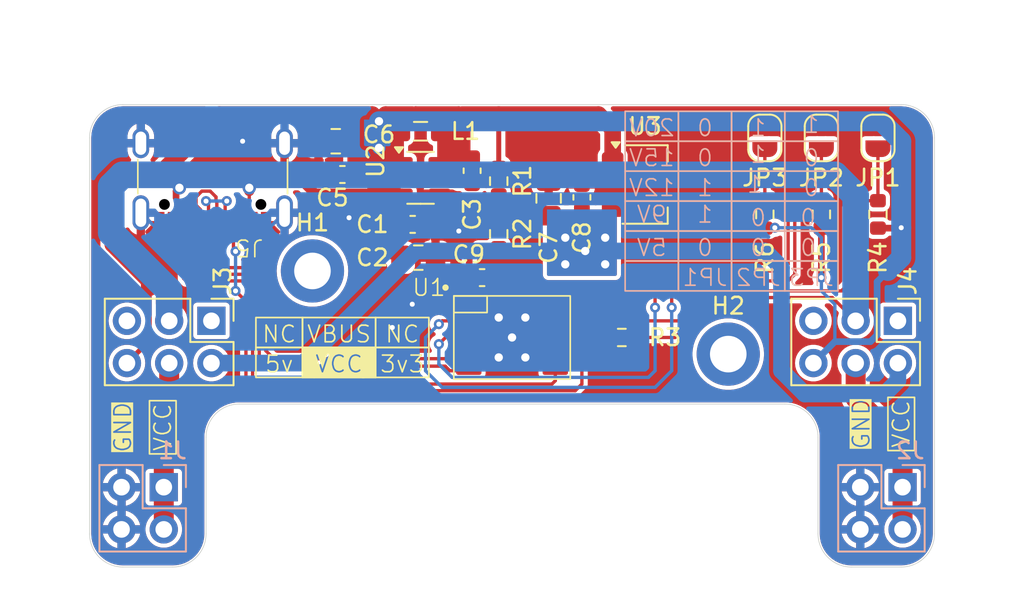
<source format=kicad_pcb>
(kicad_pcb (version 20240108) (generator "pcbnew") (generator_version "8.0")
  (layers (0 "F.Cu" signal) (31 "B.Cu" signal) (34 "B.Paste" user) (35 "F.Paste" user) (36 "B.SilkS" user "B.Silkscreen") (37 "F.SilkS" user "F.Silkscreen") (38 "B.Mask" user) (39 "F.Mask" user) (44 "Edge.Cuts" user))
  (net 0 "")
  (net 1 "VBUS")
  (net 2 "GND")
  (net 3 "Net-(U2-SW)")
  (net 4 "Net-(U2-BST)")
  (net 5 "+5V")
  (net 6 "+3.3V")
  (net 7 "Net-(U1-Vdd)")
  (net 8 "VCC_O1")
  (net 9 "VCC_O2")
  (net 14 "/USB_N")
  (net 15 "/CC2")
  (net 16 "/CC1")
  (net 17 "/USB_P")
  (net 20 "/CFG1")
  (net 21 "/CFG2")
  (net 22 "/CFG3")
  (net 23 "Net-(R1-Pad2)")
  (net 24 "Net-(U1-VBUS)")
  (footprint "0IC_Interfaces:CH224K" (layer "F.Cu") (at 160 86 -90)
    (property "Reference" "U1" (at -3 5 0) (layer "F.SilkS") (effects (font (thickness 0.1))))
    (property "Value" "CH224K")
    (pad "1" smd roundrect (at -2 2.6 270) (size 0.5 1.524) (layers "F.Cu" "F.Paste" "F.Mask") (net 7 "Net-(U1-Vdd)"))
    (pad "2" smd roundrect (at -1 2.6 270) (size 0.5 1.524) (layers "F.Cu" "F.Paste" "F.Mask") (net 21 "/CFG2"))
    (pad "3" smd roundrect (at 0 2.6 270) (size 0.5 1.524) (layers "F.Cu" "F.Paste" "F.Mask") (net 22 "/CFG3"))
    (pad "4" smd roundrect (at 1 2.6 270) (size 0.5 1.524) (layers "F.Cu" "F.Paste" "F.Mask") (net 17 "/USB_P"))
    (pad "5" smd roundrect (at 2 2.6 270) (size 0.5 1.524) (layers "F.Cu" "F.Paste" "F.Mask") (net 14 "/USB_N"))
    (pad "6" smd roundrect (at 2 -2.6 270) (size 0.5 1.524) (layers "F.Cu" "F.Paste" "F.Mask") (net 15 "/CC2"))
    (pad "7" smd roundrect (at 1 -2.6 270) (size 0.5 1.524) (layers "F.Cu" "F.Paste" "F.Mask") (net 16 "/CC1"))
    (pad "8" smd roundrect (at 0 -2.6 270) (size 0.5 1.524) (layers "F.Cu" "F.Paste" "F.Mask") (net 24 "Net-(U1-VBUS)"))
    (pad "9" smd roundrect (at -1 -2.6 270) (size 0.5 1.524) (layers "F.Cu" "F.Paste" "F.Mask") (net 20 "/CFG1"))
    (pad "10" smd roundrect (at -2 -2.6 270) (size 0.5 1.524) (layers "F.Cu" "F.Paste" "F.Mask"))
    (pad "11" smd rect (at 0 0 270) (size 3.3 2.1) (layers "F.Cu" "F.Paste" "F.Mask") (net 2 "GND"))
  )
  (footprint "0Capacitors:C_0603_1608Metric" (layer "F.Cu") (at 154.025 79.2)
    (property "Reference" "C1" (at -2.425 0 0) (layer "F.SilkS"))
    (property "Value" "100n")
    (pad "1" smd roundrect (at -0.775 0) (size 0.9 0.95) (layers "F.Cu" "F.Paste" "F.Mask") (net 1 "VBUS"))
    (pad "2" smd roundrect (at 0.775 0) (size 0.9 0.95) (layers "F.Cu" "F.Paste" "F.Mask") (net 2 "GND"))
  )
  (footprint "0Capacitors:C_0805_2012Metric_Pad1.18x1.45mm_HandSolder" (layer "F.Cu") (at 149.4 74.2 180)
    (property "Reference" "C6" (at -2.6 0.4 0) (layer "F.SilkS"))
    (property "Value" "10u")
    (pad "1" smd roundrect (at -1.0375 0 180) (size 1.175 1.45) (layers "F.Cu" "F.Paste" "F.Mask") (roundrect_rratio 0.212766) (net 5 "+5V"))
    (pad "2" smd roundrect (at 1.0375 0 180) (size 1.175 1.45) (layers "F.Cu" "F.Paste" "F.Mask") (roundrect_rratio 0.212766) (net 2 "GND"))
  )
  (footprint "Connector_PinHeader_2.54mm:PinHeader_2x03_P2.54mm_Vertical" (layer "F.Cu") (at 141.925 85 -90)
    (property "Reference" "J3" (at -2.4 -0.675 90) (layer "F.SilkS"))
    (property "Value" "Conn_02x03_Odd_Even")
    (pad "1" thru_hole rect (at 0 0 270) (size 1.7 1.7) (drill 1) (layers "*.Cu" "*.Mask"))
    (pad "2" thru_hole oval (at 2.54 0 270) (size 1.7 1.7) (drill 1) (layers "*.Cu" "*.Mask") (net 6 "+3.3V"))
    (pad "3" thru_hole oval (at 0 2.54 270) (size 1.7 1.7) (drill 1) (layers "*.Cu" "*.Mask") (net 1 "VBUS"))
    (pad "4" thru_hole oval (at 2.54 2.54 270) (size 1.7 1.7) (drill 1) (layers "*.Cu" "*.Mask") (net 8 "VCC_O1"))
    (pad "5" thru_hole oval (at 0 5.08 270) (size 1.7 1.7) (drill 1) (layers "*.Cu" "*.Mask"))
    (pad "6" thru_hole oval (at 2.54 5.08 270) (size 1.7 1.7) (drill 1) (layers "*.Cu" "*.Mask") (net 5 "+5V"))
  )
  (footprint "0IC_Interfaces:SOT-89-3" (layer "F.Cu") (at 168 76.8)
    (property "Reference" "U3" (at 0 -3.5 0) (layer "F.SilkS"))
    (property "Value" "AP2205-33Y")
    (pad "1" smd roundrect (at -1.95 -1.5) (size 1.3 0.9) (layers "F.Cu" "F.Paste" "F.Mask") (net 5 "+5V"))
    (pad "2" smd custom (at -1.8625 0) (size 1.475 0.9) (layers "F.Cu" "F.Paste" "F.Mask") (net 2 "GND") (options (clearance outline) (anchor rect)) (primitives (gr_poly (pts (xy 3.8625 0.8665) (xy 0.7375 0.8665) (xy 0.7375 -0.8665) (xy 3.8625 -0.8665)) (width 0) (fill yes))))
    (pad "3" smd roundrect (at -1.95 1.5) (size 1.3 0.9) (layers "F.Cu" "F.Paste" "F.Mask") (net 6 "+3.3V"))
  )
  (footprint "0Resistors:R_0603_1608Metric_10k" (layer "F.Cu") (at 182 78.6 -90)
    (property "Reference" "R4" (at 2.6 0 90) (layer "F.SilkS"))
    (property "Value" "10k")
    (pad "1" smd roundrect (at -0.825 0 270) (size 0.8 0.95) (layers "F.Cu" "F.Paste" "F.Mask") (net 20 "/CFG1"))
    (pad "2" smd roundrect (at 0.825 0 270) (size 0.8 0.95) (layers "F.Cu" "F.Paste" "F.Mask") (net 5 "+5V"))
  )
  (footprint "Jumper:SolderJumper-2_P1.3mm_Open_RoundedPad1.0x1.5mm" (layer "F.Cu") (at 175.2 74 -90)
    (property "Reference" "JP3" (at 2.4 0 180) (layer "F.SilkS"))
    (property "Value" "SolderJumper_2_Open")
    (pad "1" smd custom (at -0.65 0 270) (size 1 0.5) (layers "F.Cu" "F.Mask") (net 2 "GND") (options (clearance outline) (anchor rect)) (primitives (gr_circle (center 0 0.25) (end 0.5 0.25) (width 0) (fill yes)) (gr_circle (center 0 -0.25) (end 0.5 -0.25) (width 0) (fill yes)) (gr_poly (pts (xy 0.5 0.75) (xy 0 0.75) (xy 0 -0.75) (xy 0.5 -0.75)) (width 0) (fill yes))))
    (pad "2" smd custom (at 0.65 0 270) (size 1 0.5) (layers "F.Cu" "F.Mask") (net 22 "/CFG3") (options (clearance outline) (anchor rect)) (primitives (gr_circle (center 0 0.25) (end 0.5 0.25) (width 0) (fill yes)) (gr_circle (center 0 -0.25) (end 0.5 -0.25) (width 0) (fill yes)) (gr_poly (pts (xy 0 0.75) (xy -0.5 0.75) (xy -0.5 -0.75) (xy 0 -0.75)) (width 0) (fill yes))))
  )
  (footprint "0Capacitors:C_0805_2012Metric_Pad1.18x1.45mm_HandSolder" (layer "F.Cu") (at 162.2 77.6375 90)
    (property "Reference" "C7" (at -2.9625 0 90) (layer "F.SilkS"))
    (property "Value" "10u")
    (pad "1" smd roundrect (at -1.0375 0 90) (size 1.175 1.45) (layers "F.Cu" "F.Paste" "F.Mask") (roundrect_rratio 0.212766) (net 6 "+3.3V"))
    (pad "2" smd roundrect (at 1.0375 0 90) (size 1.175 1.45) (layers "F.Cu" "F.Paste" "F.Mask") (roundrect_rratio 0.212766) (net 2 "GND"))
  )
  (footprint "MountingHole:MountingHole_2.2mm_M2_DIN965_Pad_TopBottom" (layer "F.Cu") (at 148 82)
    (property "Reference" "H1" (at 0 -2.9 0) (layer "F.SilkS"))
    (property "Value" "MountingHole")
    (pad "1" thru_hole circle (at 0 0) (size 2.6 2.6) (drill 2.2) (layers "*.Cu" "*.Mask"))
    (pad "1" connect circle (at 0 0) (size 3.8 3.8) (layers "F.Cu" "F.Mask"))
    (pad "1" connect circle (at 0 0) (size 3.8 3.8) (layers "B.Cu" "B.Mask"))
  )
  (footprint "0Resistors:R_0603_1608Metric_10k" (layer "F.Cu") (at 166.6 86)
    (property "Reference" "R3" (at 2.6 0 180) (layer "F.SilkS"))
    (property "Value" "10k")
    (pad "1" smd roundrect (at -0.825 0) (size 0.8 0.95) (layers "F.Cu" "F.Paste" "F.Mask") (net 24 "Net-(U1-VBUS)"))
    (pad "2" smd roundrect (at 0.825 0) (size 0.8 0.95) (layers "F.Cu" "F.Paste" "F.Mask") (net 1 "VBUS"))
  )
  (footprint "0Resistors:R_0603_1608Metric_100" (layer "F.Cu") (at 159.2 76.6 -90)
    (property "Reference" "R1" (at 0 -1.43 90) (layer "F.SilkS"))
    (property "Value" "100")
    (pad "1" smd roundrect (at -0.825 0 270) (size 0.8 0.95) (layers "F.Cu" "F.Paste" "F.Mask") (net 5 "+5V"))
    (pad "2" smd roundrect (at 0.825 0 270) (size 0.8 0.95) (layers "F.Cu" "F.Paste" "F.Mask") (net 23 "Net-(R1-Pad2)"))
  )
  (footprint "Connector_PinHeader_2.54mm:PinHeader_2x03_P2.54mm_Vertical" (layer "F.Cu") (at 183.2 85 -90)
    (property "Reference" "J4" (at -2.4 -0.6 90) (layer "F.SilkS"))
    (property "Value" "Conn_02x03_Odd_Even")
    (pad "1" thru_hole rect (at 0 0 270) (size 1.7 1.7) (drill 1) (layers "*.Cu" "*.Mask"))
    (pad "2" thru_hole oval (at 2.54 0 270) (size 1.7 1.7) (drill 1) (layers "*.Cu" "*.Mask") (net 6 "+3.3V"))
    (pad "3" thru_hole oval (at 0 2.54 270) (size 1.7 1.7) (drill 1) (layers "*.Cu" "*.Mask") (net 1 "VBUS"))
    (pad "4" thru_hole oval (at 2.54 2.54 270) (size 1.7 1.7) (drill 1) (layers "*.Cu" "*.Mask") (net 9 "VCC_O2"))
    (pad "5" thru_hole oval (at 0 5.08 270) (size 1.7 1.7) (drill 1) (layers "*.Cu" "*.Mask"))
    (pad "6" thru_hole oval (at 2.54 5.08 270) (size 1.7 1.7) (drill 1) (layers "*.Cu" "*.Mask") (net 5 "+5V"))
  )
  (footprint "Jumper:SolderJumper-2_P1.3mm_Open_RoundedPad1.0x1.5mm" (layer "F.Cu") (at 182 74 -90)
    (property "Reference" "JP1" (at 2.4 0 180) (layer "F.SilkS"))
    (property "Value" "SolderJumper_2_Open")
    (pad "1" smd custom (at -0.65 0 270) (size 1 0.5) (layers "F.Cu" "F.Mask") (net 2 "GND") (options (clearance outline) (anchor rect)) (primitives (gr_circle (center 0 0.25) (end 0.5 0.25) (width 0) (fill yes)) (gr_circle (center 0 -0.25) (end 0.5 -0.25) (width 0) (fill yes)) (gr_poly (pts (xy 0.5 0.75) (xy 0 0.75) (xy 0 -0.75) (xy 0.5 -0.75)) (width 0) (fill yes))))
    (pad "2" smd custom (at 0.65 0 270) (size 1 0.5) (layers "F.Cu" "F.Mask") (net 20 "/CFG1") (options (clearance outline) (anchor rect)) (primitives (gr_circle (center 0 0.25) (end 0.5 0.25) (width 0) (fill yes)) (gr_circle (center 0 -0.25) (end 0.5 -0.25) (width 0) (fill yes)) (gr_poly (pts (xy 0 0.75) (xy -0.5 0.75) (xy -0.5 -0.75) (xy 0 -0.75)) (width 0) (fill yes))))
  )
  (footprint "0Passives:L_0805_2012Metric" (layer "F.Cu") (at 154.5 73.6 180)
    (property "Reference" "L1" (at -2.7 0 0) (layer "F.SilkS"))
    (property "Value" "4.7uH/800mA")
    (pad "1" smd roundrect (at -1.0625 0 180) (size 0.875 1.2) (layers "F.Cu" "F.Paste" "F.Mask") (net 4 "Net-(U2-BST)"))
    (pad "2" smd roundrect (at 1.0625 0 180) (size 0.875 1.2) (layers "F.Cu" "F.Paste" "F.Mask") (net 5 "+5V"))
  )
  (footprint "MountingHole:MountingHole_2.2mm_M2_DIN965_Pad_TopBottom" (layer "F.Cu") (at 173 87)
    (property "Reference" "H2" (at 0 -2.9 0) (layer "F.SilkS"))
    (property "Value" "MountingHole")
    (pad "1" thru_hole circle (at 0 0) (size 2.6 2.6) (drill 2.2) (layers "*.Cu" "*.Mask"))
    (pad "1" connect circle (at 0 0) (size 3.8 3.8) (layers "F.Cu" "F.Mask"))
    (pad "1" connect circle (at 0 0) (size 3.8 3.8) (layers "B.Cu" "B.Mask"))
  )
  (footprint "0Resistors:R_0603_1608Metric_1k" (layer "F.Cu") (at 175.2 78.6 -90)
    (property "Reference" "R6" (at 2.6 0 90) (layer "F.SilkS"))
    (property "Value" "1k")
    (pad "1" smd roundrect (at -0.825 0 270) (size 0.8 0.95) (layers "F.Cu" "F.Paste" "F.Mask") (net 22 "/CFG3"))
    (pad "2" smd roundrect (at 0.825 0 270) (size 0.8 0.95) (layers "F.Cu" "F.Paste" "F.Mask") (net 5 "+5V"))
  )
  (footprint "0Capacitors:C_0603_1608Metric" (layer "F.Cu") (at 158.2 82.4)
    (property "Reference" "C9" (at -0.8 -1.4 0) (layer "F.SilkS"))
    (property "Value" "100n")
    (pad "1" smd roundrect (at -0.775 0) (size 0.9 0.95) (layers "F.Cu" "F.Paste" "F.Mask") (net 7 "Net-(U1-Vdd)"))
    (pad "2" smd roundrect (at 0.775 0) (size 0.9 0.95) (layers "F.Cu" "F.Paste" "F.Mask") (net 2 "GND"))
  )
  (footprint "0Capacitors:C_0603_1608Metric" (layer "F.Cu") (at 149.8 76.2 180)
    (property "Reference" "C5" (at 0.6 -1.4 0) (layer "F.SilkS"))
    (property "Value" "100n")
    (pad "1" smd roundrect (at -0.775 0 180) (size 0.9 0.95) (layers "F.Cu" "F.Paste" "F.Mask") (net 5 "+5V"))
    (pad "2" smd roundrect (at 0.775 0 180) (size 0.9 0.95) (layers "F.Cu" "F.Paste" "F.Mask") (net 2 "GND"))
  )
  (footprint "0IC_Interfaces:SOT-23-6" (layer "F.Cu") (at 154.5 76.4)
    (property "Reference" "U2" (at -2.7 -1 90) (layer "F.SilkS"))
    (property "Value" "AP63205")
    (pad "1" smd roundrect (at -1.1375 -0.95) (size 1.325 0.6) (layers "F.Cu" "F.Paste" "F.Mask") (net 5 "+5V"))
    (pad "2" smd roundrect (at -1.1375 0) (size 1.325 0.6) (layers "F.Cu" "F.Paste" "F.Mask") (net 1 "VBUS"))
    (pad "3" smd roundrect (at -1.1375 0.95) (size 1.325 0.6) (layers "F.Cu" "F.Paste" "F.Mask") (net 1 "VBUS"))
    (pad "4" smd roundrect (at 1.1375 0.95) (size 1.325 0.6) (layers "F.Cu" "F.Paste" "F.Mask") (net 2 "GND"))
    (pad "5" smd roundrect (at 1.1375 0) (size 1.325 0.6) (layers "F.Cu" "F.Paste" "F.Mask") (net 3 "Net-(U2-SW)"))
    (pad "6" smd roundrect (at 1.1375 -0.95) (size 1.325 0.6) (layers "F.Cu" "F.Paste" "F.Mask") (net 4 "Net-(U2-BST)"))
  )
  (footprint "Jumper:SolderJumper-2_P1.3mm_Open_RoundedPad1.0x1.5mm" (layer "F.Cu") (at 178.6 74 -90)
    (property "Reference" "JP2" (at 2.4 0 180) (layer "F.SilkS"))
    (property "Value" "SolderJumper_2_Open")
    (pad "1" smd custom (at -0.65 0 270) (size 1 0.5) (layers "F.Cu" "F.Mask") (net 2 "GND") (options (clearance outline) (anchor rect)) (primitives (gr_circle (center 0 0.25) (end 0.5 0.25) (width 0) (fill yes)) (gr_circle (center 0 -0.25) (end 0.5 -0.25) (width 0) (fill yes)) (gr_poly (pts (xy 0.5 0.75) (xy 0 0.75) (xy 0 -0.75) (xy 0.5 -0.75)) (width 0) (fill yes))))
    (pad "2" smd custom (at 0.65 0 270) (size 1 0.5) (layers "F.Cu" "F.Mask") (net 21 "/CFG2") (options (clearance outline) (anchor rect)) (primitives (gr_circle (center 0 0.25) (end 0.5 0.25) (width 0) (fill yes)) (gr_circle (center 0 -0.25) (end 0.5 -0.25) (width 0) (fill yes)) (gr_poly (pts (xy 0 0.75) (xy -0.5 0.75) (xy -0.5 -0.75) (xy 0 -0.75)) (width 0) (fill yes))))
  )
  (footprint "0Capacitors:C_0805_2012Metric_Pad1.18x1.45mm_HandSolder" (layer "F.Cu") (at 154.3625 81.2)
    (property "Reference" "C2" (at -2.7625 0 0) (layer "F.SilkS"))
    (property "Value" "10u")
    (pad "1" smd roundrect (at -1.0375 0) (size 1.175 1.45) (layers "F.Cu" "F.Paste" "F.Mask") (roundrect_rratio 0.212766) (net 1 "VBUS"))
    (pad "2" smd roundrect (at 1.0375 0) (size 1.175 1.45) (layers "F.Cu" "F.Paste" "F.Mask") (roundrect_rratio 0.212766) (net 2 "GND"))
  )
  (footprint "0Resistors:R_0603_1608Metric_1k" (layer "F.Cu") (at 178.6 78.6 -90)
    (property "Reference" "R5" (at 2.6 0 90) (layer "F.SilkS"))
    (property "Value" "1k")
    (pad "1" smd roundrect (at -0.825 0 270) (size 0.8 0.95) (layers "F.Cu" "F.Paste" "F.Mask") (net 21 "/CFG2"))
    (pad "2" smd roundrect (at 0.825 0 270) (size 0.8 0.95) (layers "F.Cu" "F.Paste" "F.Mask") (net 5 "+5V"))
  )
  (footprint "0Connectors:GT-USB-7010ASV" (layer "F.Cu") (at 142 78 180)
    (property "Reference" "J5" (at -2.2 -2.6 180) (layer "F.SilkS") (effects (font (thickness 0.1))))
    (property "Value" "7010ASV")
    (pad "" np_thru_hole circle (at -2.9 0 180) (size 0.65 0.65) (drill 0.65) (layers "*.Mask"))
    (pad "" np_thru_hole circle (at 2.9 0 180) (size 0.65 0.65) (drill 0.65) (layers "*.Mask"))
    (pad "A1_B12" smd rect (at -3.2 -1.1 180) (size 0.6 1.3) (layers "F.Cu" "F.Paste" "F.Mask") (net 2 "GND"))
    (pad "A4_B9" smd rect (at -2.4 -1.1 180) (size 0.6 1.3) (layers "F.Cu" "F.Paste" "F.Mask") (net 1 "VBUS"))
    (pad "A5" smd rect (at -1.25 -1.1 180) (size 0.3 1.3) (layers "F.Cu" "F.Paste" "F.Mask") (net 16 "/CC1"))
    (pad "A6" smd rect (at -0.25 -1.1 180) (size 0.3 1.3) (layers "F.Cu" "F.Paste" "F.Mask") (net 17 "/USB_P"))
    (pad "A7" smd rect (at 0.25 -1.1 180) (size 0.3 1.3) (layers "F.Cu" "F.Paste" "F.Mask") (net 14 "/USB_N"))
    (pad "A8" smd rect (at 1.25 -1.1 180) (size 0.3 1.3) (layers "F.Cu" "F.Paste" "F.Mask"))
    (pad "B1_A12" smd rect (at 3.2 -1.1 180) (size 0.6 1.3) (layers "F.Cu" "F.Paste" "F.Mask") (net 2 "GND"))
    (pad "B4_A9" smd rect (at 2.4 -1.1 180) (size 0.6 1.3) (layers "F.Cu" "F.Paste" "F.Mask") (net 1 "VBUS"))
    (pad "B5" smd rect (at 1.75 -1.1 180) (size 0.3 1.3) (layers "F.Cu" "F.Paste" "F.Mask") (net 15 "/CC2"))
    (pad "B6" smd rect (at 0.75 -1.1 180) (size 0.3 1.3) (layers "F.Cu" "F.Paste" "F.Mask") (net 17 "/USB_P"))
    (pad "B7" smd rect (at -0.75 -1.1 180) (size 0.3 1.3) (layers "F.Cu" "F.Paste" "F.Mask") (net 14 "/USB_N"))
    (pad "B8" smd rect (at -1.75 -1.1 180) (size 0.3 1.3) (layers "F.Cu" "F.Paste" "F.Mask"))
    (pad "S1" thru_hole oval (at -4.32001 3.680055 180) (size 1 1.8) (drill oval 0.65 1.4) (layers "*.Cu" "*.Mask") (net 2 "GND"))
    (pad "S1" thru_hole oval (at -4.319948 -0.500063 180) (size 1 2.1) (drill oval 0.65 1.7) (layers "*.Cu" "*.Mask") (net 2 "GND"))
    (pad "S1" thru_hole oval (at 4.320021 -0.500063 180) (size 1 2.1) (drill oval 0.65 1.7) (layers "*.Cu" "*.Mask") (net 2 "GND"))
    (pad "S1" thru_hole oval (at 4.320021 3.680055 180) (size 1 1.8) (drill oval 0.65 1.4) (layers "*.Cu" "*.Mask") (net 2 "GND"))
  )
  (footprint "0Capacitors:C_0603_1608Metric" (layer "F.Cu") (at 164.2 77.575 90)
    (property "Reference" "C8" (at -2.425 0 90) (layer "F.SilkS"))
    (property "Value" "100n")
    (pad "1" smd roundrect (at -0.775 0 90) (size 0.9 0.95) (layers "F.Cu" "F.Paste" "F.Mask") (net 6 "+3.3V"))
    (pad "2" smd roundrect (at 0.775 0 90) (size 0.9 0.95) (layers "F.Cu" "F.Paste" "F.Mask") (net 2 "GND"))
  )
  (footprint "0Capacitors:C_0603_1608Metric" (layer "F.Cu") (at 157.6 75.975 90)
    (property "Reference" "C3" (at -2.625 0 90) (layer "F.SilkS"))
    (property "Value" "100n")
    (pad "1" smd roundrect (at -0.775 0 90) (size 0.9 0.95) (layers "F.Cu" "F.Paste" "F.Mask") (net 3 "Net-(U2-SW)"))
    (pad "2" smd roundrect (at 0.775 0 90) (size 0.9 0.95) (layers "F.Cu" "F.Paste" "F.Mask") (net 4 "Net-(U2-BST)"))
  )
  (footprint "0Resistors:R_0603_1608Metric_100" (layer "F.Cu") (at 159.2 79.775 -90)
    (property "Reference" "R2" (at 0 -1.43 90) (layer "F.SilkS"))
    (property "Value" "100")
    (pad "1" smd roundrect (at -0.825 0 270) (size 0.8 0.95) (layers "F.Cu" "F.Paste" "F.Mask") (net 23 "Net-(R1-Pad2)"))
    (pad "2" smd roundrect (at 0.825 0 270) (size 0.8 0.95) (layers "F.Cu" "F.Paste" "F.Mask") (net 7 "Net-(U1-Vdd)"))
  )
  (footprint "Connector_PinHeader_2.54mm:PinHeader_2x02_P2.54mm_Vertical" (layer "B.Cu") (at 183.48 95 180)
    (property "Reference" "J2" (at -0.46 2.2 0) (layer "B.SilkS") (effects (justify mirror)))
    (property "Value" "Conn_02x02_Odd_Even")
    (pad "1" thru_hole rect (at 0 0 180) (size 1.7 1.7) (drill 1) (layers "*.Cu" "*.Mask") (net 9 "VCC_O2"))
    (pad "2" thru_hole oval (at 2.54 0 180) (size 1.7 1.7) (drill 1) (layers "*.Cu" "*.Mask") (net 2 "GND"))
    (pad "3" thru_hole oval (at 0 -2.54 180) (size 1.7 1.7) (drill 1) (layers "*.Cu" "*.Mask") (net 9 "VCC_O2"))
    (pad "4" thru_hole oval (at 2.54 -2.54 180) (size 1.7 1.7) (drill 1) (layers "*.Cu" "*.Mask") (net 2 "GND"))
  )
  (footprint "Connector_PinHeader_2.54mm:PinHeader_2x02_P2.54mm_Vertical" (layer "B.Cu") (at 139.06 95 180)
    (property "Reference" "J1" (at -0.525 2.2 0) (layer "B.SilkS") (effects (justify mirror)))
    (property "Value" "Conn_02x02_Odd_Even")
    (pad "1" thru_hole rect (at 0 0 180) (size 1.7 1.7) (drill 1) (layers "*.Cu" "*.Mask") (net 8 "VCC_O1"))
    (pad "2" thru_hole oval (at 2.54 0 180) (size 1.7 1.7) (drill 1) (layers "*.Cu" "*.Mask") (net 2 "GND"))
    (pad "3" thru_hole oval (at 0 -2.54 180) (size 1.7 1.7) (drill 1) (layers "*.Cu" "*.Mask") (net 8 "VCC_O1"))
    (pad "4" thru_hole oval (at 2.54 -2.54 180) (size 1.7 1.7) (drill 1) (layers "*.Cu" "*.Mask") (net 2 "GND"))
  )
  (gr_rect (start 162.2 78.4) (end 166.2 82.2) (stroke (width 0.2)) (fill solid) (layer "F.Cu") (net 6))
  (gr_rect (start 150.2 73) (end 153.4 75.4) (stroke (width 0.2)) (fill solid) (layer "F.Cu") (net 5))
  (gr_rect (start 155.6 73.4) (end 157.4 75.4) (stroke (width 0.2)) (fill solid) (layer "F.Cu") (net 4))
  (gr_rect (start 151.4 76.4) (end 153.2 81.2) (stroke (width 0.2)) (fill solid) (layer "F.Cu") (net 1))
  (gr_rect (start 159 82.4) (end 161 86) (stroke (width 0.2)) (fill solid) (layer "F.Cu") (net 2))
  (gr_rect (start 162.2 78.4) (end 166.2 82.2) (stroke (width 0.2)) (fill solid) (layer "B.Cu") (net 6))
  (gr_rect (start 151.2 73) (end 152.6 74.4) (stroke (width 0.2)) (fill solid) (layer "B.Cu") (net 5))
  (gr_rect (start 176.4 79.6) (end 179.6 81.4) (stroke (width 0.1)) (fill none) (layer "B.SilkS"))
  (gr_rect (start 170 74.2) (end 173.2 76) (stroke (width 0.1)) (fill none) (layer "B.SilkS"))
  (gr_rect (start 173.2 72.4) (end 176.4 74.2) (stroke (width 0.1)) (fill none) (layer "B.SilkS"))
  (gr_rect (start 166.8 76) (end 170 77.8) (stroke (width 0.1)) (fill none) (layer "B.SilkS"))
  (gr_rect (start 166.8 77.8) (end 170 79.6) (stroke (width 0.1)) (fill none) (layer "B.SilkS"))
  (gr_rect (start 173.2 81.4) (end 176.4 83.2) (stroke (width 0.1)) (fill none) (layer "B.SilkS"))
  (gr_rect (start 166.8 81.4) (end 170 83.2) (stroke (width 0.1)) (fill none) (layer "B.SilkS"))
  (gr_rect (start 170 81.4) (end 173.2 83.2) (stroke (width 0.1)) (fill none) (layer "B.SilkS"))
  (gr_rect (start 176.4 77.8) (end 179.6 79.6) (stroke (width 0.1)) (fill none) (layer "B.SilkS"))
  (gr_rect (start 176.4 81.4) (end 179.6 83.2) (stroke (width 0.1)) (fill none) (layer "B.SilkS"))
  (gr_rect (start 176.4 72.4) (end 179.6 74.2) (stroke (width 0.1)) (fill none) (layer "B.SilkS"))
  (gr_rect (start 176.4 76) (end 179.6 77.8) (stroke (width 0.1)) (fill none) (layer "B.SilkS"))
  (gr_rect (start 170 79.6) (end 173.2 81.4) (stroke (width 0.1)) (fill none) (layer "B.SilkS"))
  (gr_rect (start 173.2 74.2) (end 176.4 76) (stroke (width 0.1)) (fill none) (layer "B.SilkS"))
  (gr_rect (start 166.8 74.2) (end 170 76) (stroke (width 0.1)) (fill none) (layer "B.SilkS"))
  (gr_rect (start 170 72.4) (end 173.2 74.2) (stroke (width 0.1)) (fill none) (layer "B.SilkS"))
  (gr_rect (start 173.2 77.8) (end 176.4 79.6) (stroke (width 0.1)) (fill none) (layer "B.SilkS"))
  (gr_rect (start 173.2 79.6) (end 176.4 81.4) (stroke (width 0.1)) (fill none) (layer "B.SilkS"))
  (gr_rect (start 166.8 72.4) (end 170 74.2) (stroke (width 0.1)) (fill none) (layer "B.SilkS"))
  (gr_rect (start 170 77.8) (end 173.2 79.6) (stroke (width 0.1)) (fill none) (layer "B.SilkS"))
  (gr_rect (start 166.8 79.6) (end 170 81.4) (stroke (width 0.1)) (fill none) (layer "B.SilkS"))
  (gr_rect (start 170 76) (end 173.2 77.8) (stroke (width 0.1)) (fill none) (layer "B.SilkS"))
  (gr_rect (start 176.4 74.2) (end 179.6 76) (stroke (width 0.1)) (fill none) (layer "B.SilkS"))
  (gr_rect (start 173.2 76) (end 176.4 77.8) (stroke (width 0.1)) (fill none) (layer "B.SilkS"))
  (gr_rect (start 147.4 84.8) (end 151.8 86.6) (stroke (width 0.1)) (fill none) (layer "F.SilkS"))
  (gr_rect (start 147.4 86.6) (end 148.1 88.4) (stroke (width 0.1)) (fill solid) (layer "F.SilkS"))
  (gr_rect (start 144.6 86.6) (end 147.4 88.4) (stroke (width 0.1)) (fill none) (layer "F.SilkS"))
  (gr_rect (start 151 86.6) (end 151.8 88.4) (stroke (width 0.1)) (fill solid) (layer "F.SilkS"))
  (gr_rect (start 148.1 88.2) (end 151.1 88.4) (stroke (width 0.1)) (fill solid) (layer "F.SilkS"))
  (gr_rect (start 151.8 86.6) (end 155 88.4) (stroke (width 0.1)) (fill none) (layer "F.SilkS"))
  (gr_rect (start 147.4 86.6) (end 151.8 88.4) (stroke (width 0.1)) (fill none) (layer "F.SilkS"))
  (gr_rect (start 182.6 89.6) (end 184.2 92.8) (stroke (width 0.1)) (fill none) (layer "F.SilkS"))
  (gr_rect (start 151.8 84.8) (end 155 86.6) (stroke (width 0.1)) (fill none) (layer "F.SilkS"))
  (gr_rect (start 144.6 84.8) (end 147.4 86.6) (stroke (width 0.1)) (fill none) (layer "F.SilkS"))
  (gr_rect (start 138.2 89.8) (end 139.8 93) (stroke (width 0.1)) (fill none) (layer "F.SilkS"))
  (gr_rect (start 148.1 86.6) (end 151 86.9) (stroke (width 0.1)) (fill solid) (layer "F.SilkS"))
  (gr_arc (start 180.4 99.8) (mid 178.985786 99.214214) (end 178.4 97.8) (stroke (width 0.05)) (layer "Edge.Cuts"))
  (gr_line (start 185.4 97.8) (end 185.4 74) (stroke (width 0.05)) (layer "Edge.Cuts"))
  (gr_arc (start 141.6 97.8) (mid 141.014214 99.214214) (end 139.6 99.8) (stroke (width 0.05)) (layer "Edge.Cuts"))
  (gr_arc (start 176.4 90) (mid 177.814214 90.585786) (end 178.4 92) (stroke (width 0.05)) (layer "Edge.Cuts"))
  (gr_arc (start 183.4 72) (mid 184.814214 72.585786) (end 185.4 74) (stroke (width 0.05)) (layer "Edge.Cuts"))
  (gr_line (start 136.6 72) (end 183.4 72) (stroke (width 0.05)) (layer "Edge.Cuts"))
  (gr_line (start 136.6 99.8) (end 139.6 99.8) (stroke (width 0.05)) (layer "Edge.Cuts"))
  (gr_arc (start 185.4 97.8) (mid 184.814214 99.214214) (end 183.4 99.8) (stroke (width 0.05)) (layer "Edge.Cuts"))
  (gr_arc (start 136.6 99.8) (mid 135.185786 99.214214) (end 134.6 97.8) (stroke (width 0.05)) (layer "Edge.Cuts"))
  (gr_arc (start 141.6 92) (mid 142.185786 90.585786) (end 143.6 90) (stroke (width 0.05)) (layer "Edge.Cuts"))
  (gr_line (start 134.6 74) (end 134.6 97.8) (stroke (width 0.05)) (layer "Edge.Cuts"))
  (gr_line (start 143.6 90) (end 176.4 90) (stroke (width 0.05)) (layer "Edge.Cuts"))
  (gr_arc (start 134.6 74) (mid 135.185786 72.585786) (end 136.6 72) (stroke (width 0.05)) (layer "Edge.Cuts"))
  (gr_line (start 141.6 97.8) (end 141.6 92) (stroke (width 0.05)) (layer "Edge.Cuts"))
  (gr_line (start 178.4 92) (end 178.4 97.8) (stroke (width 0.05)) (layer "Edge.Cuts"))
  (gr_line (start 180.4 99.8) (end 183.4 99.8) (stroke (width 0.05)) (layer "Edge.Cuts"))
  (gr_text "0" (at 177.8 78.8 0) (layer "B.SilkS") (effects (font (size 1 1) (thickness 0.1)) (justify mirror)))
  (gr_text "1" (at 174.6 76.8 0) (layer "B.SilkS") (effects (font (size 1 1) (thickness 0.1)) (justify mirror)))
  (gr_text "1" (at 171.6 78.6 0) (layer "B.SilkS") (effects (font (size 1 1) (thickness 0.1)) (justify mirror)))
  (gr_text "1" (at 178 73.2 0) (layer "B.SilkS") (effects (font (size 1 1) (thickness 0.1)) (justify mirror)))
  (gr_text "15V" (at 168.4 75.2 0) (layer "B.SilkS") (effects (font (size 1 1) (thickness 0.1)) (justify mirror)))
  (gr_text "0" (at 178 77 0) (layer "B.SilkS") (effects (font (size 1 1) (thickness 0.1)) (justify mirror)))
  (gr_text "1" (at 174.8 75 0) (layer "B.SilkS") (effects (font (size 1 1) (thickness 0.1)) (justify mirror)))
  (gr_text "0" (at 171.6 80.6 0) (layer "B.SilkS") (effects (font (size 1 1) (thickness 0.1)) (justify mirror)))
  (gr_text "0" (at 174.8 80.6 0) (layer "B.SilkS") (effects (font (size 1 1) (thickness 0.1)) (justify mirror)))
  (gr_text "1" (at 174.8 73.4 0) (layer "B.SilkS") (effects (font (size 1 1) (thickness 0.1)) (justify mirror)))
  (gr_text "0" (at 178 75.2 0) (layer "B.SilkS") (effects (font (size 1 1) (thickness 0.1)) (justify mirror)))
  (gr_text "0" (at 174.8 78.8 0) (layer "B.SilkS") (effects (font (size 1 1) (thickness 0.1)) (justify mirror)))
  (gr_text "1" (at 171.6 77 0) (layer "B.SilkS") (effects (font (size 1 1) (thickness 0.1)) (justify mirror)))
  (gr_text "0" (at 171.6 75.2 0) (layer "B.SilkS") (effects (font (size 1 1) (thickness 0.1)) (justify mirror)))
  (gr_text "9V" (at 168.4 78.6 0) (layer "B.SilkS") (effects (font (size 1 1) (thickness 0.1)) (justify mirror)))
  (gr_text "JP2" (at 174.8 82.4 0) (layer "B.SilkS") (effects (font (size 1 1) (thickness 0.1)) (justify mirror)))
  (gr_text "5V" (at 168.4 80.6 0) (layer "B.SilkS") (effects (font (size 1 1) (thickness 0.1)) (justify mirror)))
  (gr_text "JP3" (at 178 82.4 0) (layer "B.SilkS") (effects (font (size 1 1) (thickness 0.1)) (justify mirror)))
  (gr_text "20V" (at 168.4 73.4 0) (layer "B.SilkS") (effects (font (size 1 1) (thickness 0.1)) (justify mirror)))
  (gr_text "0" (at 177.8 80.6 0) (layer "B.SilkS") (effects (font (size 1 1) (thickness 0.1)) (justify mirror)))
  (gr_text "12V" (at 168.4 77 0) (layer "B.SilkS") (effects (font (size 1 1) (thickness 0.1)) (justify mirror)))
  (gr_text "JP1" (at 171.6 82.4 0) (layer "B.SilkS") (effects (font (size 1 1) (thickness 0.1)) (justify mirror)))
  (gr_text "0" (at 171.6 73.4 0) (layer "B.SilkS") (effects (font (size 1 1) (thickness 0.1)) (justify mirror)))
  (gr_text "VCC" (at 183.4 91.2 90) (layer "F.SilkS") (effects (font (size 1 1) (thickness 0.1))))
  (gr_text "GND" (at 181 91.2 90) (layer "F.SilkS" knockout) (effects (font (size 1 1) (thickness 0.1))))
  (gr_text "NC" (at 146 85.8 0) (layer "F.SilkS") (effects (font (size 1 1) (thickness 0.1))))
  (gr_text "GND" (at 136.6 91.4 90) (layer "F.SilkS" knockout) (effects (font (size 1 1) (thickness 0.1))))
  (gr_text "VBUS" (at 149.6 85.8 0) (layer "F.SilkS") (effects (font (size 1 1) (thickness 0.1))))
  (gr_text "VCC" (at 149.6 87.6 0) (layer "F.SilkS" knockout) (effects (font (size 1 1) (thickness 0.1))))
  (gr_text "VCC" (at 139 91.4 90) (layer "F.SilkS") (effects (font (size 1 1) (thickness 0.1))))
  (gr_text "3v3" (at 153.4 87.6 0) (layer "F.SilkS") (effects (font (size 1 1) (thickness 0.1))))
  (gr_text "NC" (at 153.4 85.8 0) (layer "F.SilkS") (effects (font (size 1 1) (thickness 0.1))))
  (gr_text "5v" (at 146 87.6 0) (layer "F.SilkS") (effects (font (size 1 1) (thickness 0.1))))
  (segment (start 144.2 78.9) (end 144.2 78) (width 0.2) (layer "F.Cu") (net 1))
  (segment (start 144.2 78) (end 144.2 77.2) (width 0.2) (layer "F.Cu") (net 1))
  (segment (start 144.4 79.1) (end 144.2 78.9) (width 0.2) (layer "F.Cu") (net 1))
  (segment (start 144.2 77.2) (end 144.2 76.6) (width 0.6) (layer "F.Cu") (net 1))
  (segment (start 139.8 78.4) (end 139.8 77.6) (width 0.2) (layer "F.Cu") (net 1))
  (segment (start 169.8 86) (end 172.2 83.6) (width 0.2) (layer "F.Cu") (net 1))
  (segment (start 148.15 77.35) (end 153.3625 77.35) (width 0.6) (layer "F.Cu") (net 1))
  (segment (start 144.2 76.6) (end 147.4 76.6) (width 0.6) (layer "F.Cu") (net 1))
  (segment (start 139.8 77.6) (end 139.8 77.2) (width 0.4) (layer "F.Cu") (net 1))
  (segment (start 167.425 86) (end 169.8 86) (width 0.2) (layer "F.Cu") (net 1))
  (segment (start 139.6 78.6) (end 139.8 78.4) (width 0.2) (layer "F.Cu") (net 1))
  (segment (start 139.8 77.2) (end 140.4 76.6) (width 0.4) (layer "F.Cu") (net 1))
  (segment (start 179.26 83.6) (end 180.66 85) (width 0.2) (layer "F.Cu") (net 1))
  (segment (start 172.2 83.6) (end 179.26 83.6) (width 0.2) (layer "F.Cu") (net 1))
  (segment (start 139.6 79.1) (end 139.6 78.6) (width 0.2) (layer "F.Cu") (net 1))
  (segment (start 140.4 76.6) (end 144.2 76.6) (width 0.4) (layer "F.Cu") (net 1))
  (segment (start 147.4 76.6) (end 148.15 77.35) (width 0.6) (layer "F.Cu") (net 1))
  (via (at 144.2 77) (size 0.8) (drill 0.5) (layers "F.Cu" "B.Cu") (net 1))
  (via (at 140 77) (size 0.8) (drill 0.5) (layers "F.Cu" "B.Cu") (net 1))
  (segment (start 135.9 79.7) (end 135.9 76.9) (width 1.6) (layer "B.Cu") (net 1))
  (segment (start 136.580055 76.219945) (end 179.419945 76.219945) (width 1.6) (layer "B.Cu") (net 1))
  (segment (start 135.9 76.9) (end 136.580055 76.219945) (width 1.6) (layer "B.Cu") (net 1))
  (segment (start 139.385 85) (end 139.385 83.185) (width 1.6) (layer "B.Cu") (net 1))
  (segment (start 139.385 83.185) (end 135.9 79.7) (width 1.6) (layer "B.Cu") (net 1))
  (segment (start 180.66 77.46) (end 180.66 85) (width 1.6) (layer "B.Cu") (net 1))
  (segment (start 179.419945 76.219945) (end 180.66 77.46) (width 1.6) (layer "B.Cu") (net 1))
  (segment (start 149.025 74.8625) (end 148.3625 74.2) (width 0.2) (layer "F.Cu") (net 2))
  (segment (start 138.279916 79.1) (end 137.679979 78.500063) (width 0.2) (layer "F.Cu") (net 2))
  (segment (start 145.720011 79.1) (end 146.319948 78.500063) (width 0.2) (layer "F.Cu") (net 2))
  (segment (start 145.2 79.1) (end 145.720011 79.1) (width 0.2) (layer "F.Cu") (net 2))
  (segment (start 138.8 79.1) (end 138.279916 79.1) (width 0.2) (layer "F.Cu") (net 2))
  (segment (start 149.025 76.2) (end 149.025 74.8625) (width 0.2) (layer "F.Cu") (net 2))
  (via (at 160.8 84.8) (size 0.8) (drill 0.5) (layers "F.Cu" "B.Cu") (net 2))
  (via (at 159.2 84.8) (size 0.8) (drill 0.5) (layers "F.Cu" "B.Cu") (net 2))
  (via (at 159.2 87.2) (size 0.8) (drill 0.5) (layers "F.Cu" "B.Cu") (net 2))
  (via (at 156.8 79.6) (size 0.6) (drill 0.3) (layers "F.Cu" "B.Cu") (net 2))
  (via (at 160 86) (size 0.8) (drill 0.5) (layers "F.Cu" "B.Cu") (net 2))
  (via (at 154 84) (size 0.6) (drill 0.3) (layers "F.Cu" "B.Cu") (net 2))
  (via (at 152.8 85.4) (size 0.6) (drill 0.3) (layers "F.Cu" "B.Cu") (net 2))
  (via (at 160.8 87.2) (size 0.8) (drill 0.5) (layers "F.Cu" "B.Cu") (net 2))
  (via (at 150.2 78.8) (size 0.6) (drill 0.3) (layers "F.Cu" "B.Cu") (net 2))
  (via (at 143.8 74.2) (size 0.6) (drill 0.3) (layers "F.Cu" "B.Cu") (net 2))
  (segment (start 137.679979 78.500063) (end 138.579916 79.4) (width 0.2) (layer "B.Cu") (net 2))
  (segment (start 145.420011 79.4) (end 146.319948 78.500063) (width 0.2) (layer "B.Cu") (net 2))
  (segment (start 138.579916 79.4) (end 145.420011 79.4) (width 0.2) (layer "B.Cu") (net 2))
  (segment (start 156.4 76.4) (end 156.75 76.75) (width 0.4) (layer "F.Cu") (net 3))
  (segment (start 156.75 76.75) (end 157.6 76.75) (width 0.4) (layer "F.Cu") (net 3))
  (segment (start 155.6375 76.4) (end 156.4 76.4) (width 0.4) (layer "F.Cu") (net 3))
  (segment (start 156.8 72.4) (end 157 72.6) (width 0.6) (layer "F.Cu") (net 5))
  (segment (start 159.2 72.6) (end 165.2 72.6) (width 1) (layer "F.Cu") (net 5))
  (segment (start 182 79.425) (end 183.375 79.425) (width 0.4) (layer "F.Cu") (net 5))
  (segment (start 138.185 82.585) (end 136 80.4) (width 1) (layer "F.Cu") (net 5))
  (segment (start 150.575 76.2) (end 150.575 74.3375) (width 0.3) (layer "F.Cu") (net 5))
  (segment (start 166.05 73.45) (end 166.05 75.3) (width 1) (layer "F.Cu") (net 5))
  (segment (start 136.6 76.2) (end 138.8 76.2) (width 1) (layer "F.Cu") (net 5))
  (segment (start 157 72.6) (end 159.2 72.6) (width 1) (layer "F.Cu") (net 5))
  (segment (start 159.2 75.775) (end 159.2 72.6) (width 0.3) (layer "F.Cu") (net 5))
  (segment (start 138.185 83.015) (end 138.2 83) (width 0.3) (layer "F.Cu") (net 5))
  (segment (start 150.575 74.3375) (end 150.4375 74.2) (width 0.3) (layer "F.Cu") (net 5))
  (segment (start 138.185 86.2) (end 138.185 83.015) (width 0.3) (layer "F.Cu") (net 5))
  (segment (start 151.6 72.6) (end 152 73) (width 1) (layer "F.Cu") (net 5))
  (segment (start 136 80.4) (end 136 76.8) (width 1) (layer "F.Cu") (net 5))
  (segment (start 136 76.8) (end 136.6 76.2) (width 1) (layer "F.Cu") (net 5))
  (segment (start 138.185 83.015) (end 138.185 82.585) (width 1) (layer "F.Cu") (net 5))
  (segment (start 138.8 76.2) (end 142.4 72.6) (width 1) (layer "F.Cu") (net 5))
  (segment (start 154 72.6) (end 154.2 72.4) (width 0.6) (layer "F.Cu") (net 5))
  (segment (start 175.775 79.425) (end 175.8 79.4) (width 0.2) (layer "F.Cu") (net 5))
  (segment (start 175.2 79.425) (end 175.775 79.425) (width 0.2) (layer "F.Cu") (net 5))
  (segment (start 165.2 72.6) (end 166.05 73.45) (width 1) (layer "F.Cu") (net 5))
  (segment (start 154.2 72.4) (end 156.8 72.4) (width 0.6) (layer "F.Cu") (net 5))
  (segment (start 142.4 72.6) (end 151.6 72.6) (width 1) (layer "F.Cu") (net 5))
  (segment (start 136.845 87.54) (end 138.185 86.2) (width 0.3) (layer "F.Cu") (net 5))
  (segment (start 178.6 79.425) (end 178.6 82.4) (width 0.4) (layer "F.Cu") (net 5))
  (segment (start 152.4 72.6) (end 154 72.6) (width 1) (layer "F.Cu") (net 5))
  (segment (start 183.375 79.425) (end 183.4 79.4) (width 0.4) (layer "F.Cu") (net 5))
  (segment (start 152 73) (end 152.4 72.6) (width 1) (layer "F.Cu") (net 5))
  (via (at 152 73) (size 0.8) (drill 0.5) (layers "F.Cu" "B.Cu") (net 5))
  (via (at 152 74.6) (size 0.8) (drill 0.5) (layers "F.Cu" "B.Cu") (net 5))
  (via (at 183.4 79.4) (size 0.6) (drill 0.3) (layers "F.Cu" "B.Cu") (net 5))
  (via (at 175.8 79.4) (size 0.6) (drill 0.3) (layers "F.Cu" "B.Cu") (net 5))
  (via (at 178.6 82.4) (size 0.6) (drill 0.3) (layers "F.Cu" "B.Cu") (net 5))
  (segment (start 181.95 85.85) (end 181.55 86.25) (width 0.4) (layer "B.Cu") (net 5))
  (segment (start 152 73) (end 182.2 73) (width 1.2) (layer "B.Cu") (net 5))
  (segment (start 178.6 83.2) (end 179.41 84.01) (width 0.2) (layer "B.Cu") (net 5))
  (segment (start 182.6 82) (end 181.95 82.65) (width 0.4) (layer "B.Cu") (net 5))
  (segment (start 183.4 81.2) (end 182.6 82) (width 1.2) (layer "B.Cu") (net 5))
  (segment (start 183.4 79.4) (end 183.4 81.2) (width 1.2) (layer "B.Cu") (net 5))
  (segment (start 178 79.4) (end 178.6 80) (width 0.2) (layer "B.Cu") (net 5))
  (segment (start 175.8 79.4) (end 178 79.4) (width 0.2) (layer "B.Cu") (net 5))
  (segment (start 179.41 84.01) (end 179.41 86.25) (width 0.2) (layer "B.Cu") (net 5))
  (segment (start 178.6 82.4) (end 178.6 83.2) (width 0.2) (layer "B.Cu") (net 5))
  (segment (start 183.4 74.2) (end 183.4 79.4) (width 1.2) (layer "B.Cu") (net 5))
  (segment (start 179.41 86.25) (end 178.12 87.54) (width 0.4) (layer "B.Cu") (net 5))
  (segment (start 182.2 73) (end 183.4 74.2) (width 1.2) (layer "B.Cu") (net 5))
  (segment (start 178.6 80) (end 178.6 82.4) (width 0.2) (layer "B.Cu") (net 5))
  (segment (start 181.95 82.65) (end 181.95 85.85) (width 0.4) (layer "B.Cu") (net 5))
  (segment (start 181.55 86.25) (end 179.41 86.25) (width 0.4) (layer "B.Cu") (net 5))
  (via (at 163.2 81.6) (size 0.8) (drill 0.5) (layers "F.Cu" "B.Cu") (net 6))
  (via (at 165.6 80) (size 0.8) (drill 0.5) (layers "F.Cu" "B.Cu") (net 6))
  (via (at 163.2 80) (size 0.8) (drill 0.5) (layers "F.Cu" "B.Cu") (net 6))
  (via (at 165.6 81.6) (size 0.8) (drill 0.5) (layers "F.Cu" "B.Cu") (net 6))
  (via (at 164.4 80.8) (size 0.8) (drill 0.5) (layers "F.Cu" "B.Cu") (net 6))
  (segment (start 176.2 81.8) (end 175.2 80.8) (width 1) (layer "B.Cu") (net 6))
  (segment (start 182.4 89.4) (end 177.6 89.4) (width 1) (layer "B.Cu") (net 6))
  (segment (start 141.925 87.54) (end 147.46 87.54) (width 1) (layer "B.Cu") (net 6))
  (segment (start 175.2 80.8) (end 164.4 80.8) (width 1) (layer "B.Cu") (net 6))
  (segment (start 183.2 88.6) (end 182.4 89.4) (width 1) (layer "B.Cu") (net 6))
  (segment (start 176.2 88) (end 176.2 81.8) (width 1) (layer "B.Cu") (net 6))
  (segment (start 183.2 87.54) (end 183.2 88.6) (width 1) (layer "B.Cu") (net 6))
  (segment (start 177.6 89.4) (end 176.2 88) (width 1) (layer "B.Cu") (net 6))
  (segment (start 154.2 80.8) (end 164.4 80.8) (width 1) (layer "B.Cu") (net 6))
  (segment (start 147.46 87.54) (end 154.2 80.8) (width 1) (layer "B.Cu") (net 6))
  (segment (start 159.2 80.6) (end 158 80.6) (width 0.4) (layer "F.Cu") (net 7))
  (segment (start 157.4 82.425) (end 157.425 82.4) (width 0.4) (layer "F.Cu") (net 7))
  (segment (start 157.425 81.175) (end 157.425 82.4) (width 0.4) (layer "F.Cu") (net 7))
  (segment (start 158 80.6) (end 157.425 81.175) (width 0.4) (layer "F.Cu") (net 7))
  (segment (start 157.4 84) (end 157.4 82.425) (width 0.4) (layer "F.Cu") (net 7))
  (segment (start 139.06 90.94) (end 139.385 90.615) (width 1.2) (layer "F.Cu") (net 8))
  (segment (start 139.385 90.615) (end 139.385 87.54) (width 1.2) (layer "F.Cu") (net 8))
  (segment (start 139.06 97.54) (end 139.06 90.94) (width 1.2) (layer "F.Cu") (net 8))
  (segment (start 183.48 97.54) (end 183.48 92.48) (width 1.2) (layer "F.Cu") (net 9))
  (segment (start 180.66 89.66) (end 180.66 87.54) (width 1.2) (layer "F.Cu") (net 9))
  (segment (start 183.48 92.48) (end 180.66 89.66) (width 1.2) (layer "F.Cu") (net 9))
  (segment (start 141.75 79.1) (end 141.75 80.075001) (width 0.2) (layer "F.Cu") (net 14))
  (segment (start 141.75 80.075001) (end 141.775 80.100001) (width 0.2) (layer "F.Cu") (net 14))
  (segment (start 144.8 87.3182) (end 145.2068 87.725) (width 0.2) (layer "F.Cu") (net 14))
  (segment (start 141.775 80.100001) (end 141.775 81.6932) (width 0.2) (layer "F.Cu") (net 14))
  (segment (start 155.981999 87.725) (end 156.256999 88) (width 0.2) (layer "F.Cu") (net 14))
  (segment (start 142.2818 82.2) (end 144.2 82.2) (width 0.2) (layer "F.Cu") (net 14))
  (segment (start 142.75 77.893215) (end 142.847536 77.795679) (width 0.2) (layer "F.Cu") (net 14))
  (segment (start 156.256999 88) (end 157.4 88) (width 0.2) (layer "F.Cu") (net 14))
  (segment (start 145.2068 87.725) (end 155.981999 87.725) (width 0.2) (layer "F.Cu") (net 14))
  (segment (start 142.75 79.1) (end 142.75 77.893215) (width 0.2) (layer "F.Cu") (net 14))
  (segment (start 141.75 79.1) (end 141.75 77.95) (width 0.2) (layer "F.Cu") (net 14))
  (segment (start 141.775 81.6932) (end 142.2818 82.2) (width 0.2) (layer "F.Cu") (net 14))
  (segment (start 144.2 82.2) (end 144.8 82.8) (width 0.2) (layer "F.Cu") (net 14))
  (segment (start 144.8 82.8) (end 144.8 87.3182) (width 0.2) (layer "F.Cu") (net 14))
  (segment (start 141.75 77.95) (end 141.6 77.8) (width 0.2) (layer "F.Cu") (net 14))
  (via (at 141.6 77.8) (size 0.6) (drill 0.3) (layers "F.Cu" "B.Cu") (net 14))
  (via (at 142.847536 77.795679) (size 0.6) (drill 0.3) (layers "F.Cu" "B.Cu") (net 14))
  (segment (start 141.604321 77.795679) (end 141.6 77.8) (width 0.2) (layer "B.Cu") (net 14))
  (segment (start 142.847536 77.795679) (end 141.604321 77.795679) (width 0.2) (layer "B.Cu") (net 14))
  (segment (start 144.034314 82.6) (end 144.4 82.965686) (width 0.2) (layer "F.Cu") (net 15))
  (segment (start 140.4 82.6) (end 144.034314 82.6) (width 0.2) (layer "F.Cu") (net 15))
  (segment (start 144.4 82.965686) (end 144.4 88.8) (width 0.2) (layer "F.Cu") (net 15))
  (segment (start 140.25 82.45) (end 140.4 82.6) (width 0.2) (layer "F.Cu") (net 15))
  (segment (start 162.4 88.8) (end 162.6 88.6) (width 0.2) (layer "F.Cu") (net 15))
  (segment (start 144.4 88.8) (end 162.4 88.8) (width 0.2) (layer "F.Cu") (net 15))
  (segment (start 140.25 79.1) (end 140.25 82.45) (width 0.2) (layer "F.Cu") (net 15))
  (segment (start 162.6 88.6) (end 162.6 88) (width 0.2) (layer "F.Cu") (net 15))
  (segment (start 164.2 88.8) (end 164.2 87.4) (width 0.2) (layer "F.Cu") (net 16))
  (segment (start 144 89) (end 144.2 89.2) (width 0.2) (layer "F.Cu") (net 16))
  (segment (start 143.375735 83.2) (end 144 83.824265) (width 0.2) (layer "F.Cu") (net 16))
  (segment (start 144 83.824265) (end 144 89) (width 0.2) (layer "F.Cu") (net 16))
  (segment (start 163.8 87) (end 162.6 87) (width 0.2) (layer "F.Cu") (net 16))
  (segment (start 144.2 89.2) (end 163.8 89.2) (width 0.2) (layer "F.Cu") (net 16))
  (segment (start 143.25 79.1) (end 143.25 80.69853) (width 0.2) (layer "F.Cu") (net 16))
  (segment (start 164.2 87.4) (end 163.8 87) (width 0.2) (layer "F.Cu") (net 16))
  (segment (start 143.25 80.69853) (end 143.375735 80.824265) (width 0.2) (layer "F.Cu") (net 16))
  (segment (start 163.8 89.2) (end 164.2 88.8) (width 0.2) (layer "F.Cu") (net 16))
  (via (at 143.375735 80.824265) (size 0.6) (drill 0.3) (layers "F.Cu" "B.Cu") (net 16))
  (via (at 143.375735 83.2) (size 0.6) (drill 0.3) (layers "F.Cu" "B.Cu") (net 16))
  (segment (start 143.375735 83.2) (end 143.375735 80.824265) (width 0.2) (layer "B.Cu") (net 16))
  (segment (start 142.5182 81.8) (end 144.4 81.8) (width 0.2) (layer "F.Cu") (net 17))
  (segment (start 141.351471 77.2) (end 141.848529 77.2) (width 0.2) (layer "F.Cu") (net 17))
  (segment (start 145.2 86.8) (end 145.675 87.275) (width 0.2) (layer "F.Cu") (net 17))
  (segment (start 142.2 77.8) (end 142.25 77.85) (width 0.2) (layer "F.Cu") (net 17))
  (segment (start 155.981999 87.275) (end 156.256999 87) (width 0.2) (layer "F.Cu") (net 17))
  (segment (start 142.225 81.5068) (end 142.5182 81.8) (width 0.2) (layer "F.Cu") (net 17))
  (segment (start 142.225 80.100001) (end 142.225 81.5068) (width 0.2) (layer "F.Cu") (net 17))
  (segment (start 141.848529 77.2) (end 142.2 77.551471) (width 0.2) (layer "F.Cu") (net 17))
  (segment (start 145.2 82.6) (end 145.2 86.8) (width 0.2) (layer "F.Cu") (net 17))
  (segment (start 156.256999 87) (end 157.4 87) (width 0.2) (layer "F.Cu") (net 17))
  (segment (start 144.4 81.8) (end 145.2 82.6) (width 0.2) (layer "F.Cu") (net 17))
  (segment (start 142.25 80.075001) (end 142.225 80.100001) (width 0.2) (layer "F.Cu") (net 17))
  (segment (start 142.2 77.551471) (end 142.2 77.8) (width 0.2) (layer "F.Cu") (net 17))
  (segment (start 142.25 79.1) (end 142.25 80.075001) (width 0.2) (layer "F.Cu") (net 17))
  (segment (start 141 77.551471) (end 141.351471 77.2) (width 0.2) (layer "F.Cu") (net 17))
  (segment (start 141 78.048529) (end 141 77.551471) (width 0.2) (layer "F.Cu") (net 17))
  (segment (start 141.25 79.1) (end 141.25 78.298529) (width 0.2) (layer "F.Cu") (net 17))
  (segment (start 145.675 87.275) (end 155.981999 87.275) (width 0.2) (layer "F.Cu") (net 17))
  (segment (start 142.25 77.85) (end 142.25 79.1) (width 0.2) (layer "F.Cu") (net 17))
  (segment (start 141.25 78.298529) (end 141 78.048529) (width 0.2) (layer "F.Cu") (net 17))
  (segment (start 182 74.65) (end 182 77.775) (width 0.2) (layer "F.Cu") (net 20))
  (segment (start 180.2 82.8) (end 180.2 78.2) (width 0.2) (layer "F.Cu") (net 20))
  (segment (start 179.8 83.2) (end 180.2 82.8) (width 0.2) (layer "F.Cu") (net 20))
  (segment (start 180.2 78.2) (end 180.625 77.775) (width 0.2) (layer "F.Cu") (net 20))
  (segment (start 180.625 77.775) (end 182 77.775) (width 0.2) (layer "F.Cu") (net 20))
  (segment (start 171.8 83.2) (end 179.8 83.2) (width 0.2) (layer "F.Cu") (net 20))
  (segment (start 170 85) (end 171.8 83.2) (width 0.2) (layer "F.Cu") (net 20))
  (segment (start 162.6 85) (end 170 85) (width 0.2) (layer "F.Cu") (net 20))
  (segment (start 177 78.2) (end 177.425 77.775) (width 0.2) (layer "F.Cu") (net 21))
  (segment (start 177.425 77.775) (end 178.6 77.775) (width 0.2) (layer "F.Cu") (net 21))
  (segment (start 177 82.2) (end 177 78.2) (width 0.2) (layer "F.Cu") (net 21))
  (segment (start 155.8 85) (end 155.6 85.2) (width 0.2) (layer "F.Cu") (net 21))
  (segment (start 170 82.6) (end 176.6 82.6) (width 0.2) (layer "F.Cu") (net 21))
  (segment (start 157.4 85) (end 155.8 85) (width 0.2) (layer "F.Cu") (net 21))
  (segment (start 176.6 82.6) (end 177 82.2) (width 0.2) (layer "F.Cu") (net 21))
  (segment (start 178.6 77.775) (end 178.6 74.65) (width 0.2) (layer "F.Cu") (net 21))
  (segment (start 169.6 84.2) (end 169.6 83) (width 0.2) (layer "F.Cu") (net 21))
  (segment (start 169.6 83) (end 170 82.6) (width 0.2) (layer "F.Cu") (net 21))
  (via (at 155.6 85.2) (size 0.6) (drill 0.3) (layers "F.Cu" "B.Cu") (net 21))
  (via (at 169.6 84.2) (size 0.6) (drill 0.3) (layers "F.Cu" "B.Cu") (net 21))
  (segment (start 168.6 89) (end 155.8 89) (width 0.2) (layer "B.Cu") (net 21))
  (segment (start 155.8 89) (end 154.8 88) (width 0.2) (layer "B.Cu") (net 21))
  (segment (start 169.6 84.2) (end 169.6 88) (width 0.2) (layer "B.Cu") (net 21))
  (segment (start 169.6 88) (end 168.6 89) (width 0.2) (layer "B.Cu") (net 21))
  (segment (start 154.8 88) (end 154.8 86) (width 0.2) (layer "B.Cu") (net 21))
  (segment (start 154.8 86) (end 155.6 85.2) (width 0.2) (layer "B.Cu") (net 21))
  (segment (start 176.2 82) (end 176.6 81.6) (width 0.2) (layer "F.Cu") (net 22))
  (segment (start 157.4 86) (end 156 86) (width 0.2) (layer "F.Cu") (net 22))
  (segment (start 176.175 77.775) (end 175.2 77.775) (width 0.2) (layer "F.Cu") (net 22))
  (segment (start 156 86) (end 155.6 86.4) (width 0.2) (layer "F.Cu") (net 22))
  (segment (start 176.6 81.6) (end 176.6 78.2) (width 0.2) (layer "F.Cu") (net 22))
  (segment (start 176.6 78.2) (end 176.175 77.775) (width 0.2) (layer "F.Cu") (net 22))
  (segment (start 168.6 82.6) (end 169.2 82) (width 0.2) (layer "F.Cu") (net 22))
  (segment (start 175.2 77.775) (end 175.2 74.65) (width 0.2) (layer "F.Cu") (net 22))
  (segment (start 168.6 84.2) (end 168.6 82.6) (width 0.2) (layer "F.Cu") (net 22))
  (segment (start 169.2 82) (end 176.2 82) (width 0.2) (layer "F.Cu") (net 22))
  (via (at 168.6 84.2) (size 0.6) (drill 0.3) (layers "F.Cu" "B.Cu") (net 22))
  (via (at 155.6 86.4) (size 0.6) (drill 0.3) (layers "F.Cu" "B.Cu") (net 22))
  (segment (start 156.4 88.4) (end 155.6 87.6) (width 0.2) (layer "B.Cu") (net 22))
  (segment (start 168.6 88) (end 168.2 88.4) (width 0.2) (layer "B.Cu") (net 22))
  (segment (start 155.6 87.6) (end 155.6 86.4) (width 0.2) (layer "B.Cu") (net 22))
  (segment (start 168.2 88.4) (end 156.4 88.4) (width 0.2) (layer "B.Cu") (net 22))
  (segment (start 168.6 84.2) (end 168.6 88) (width 0.2) (layer "B.Cu") (net 22))
  (segment (start 159.2 77.425) (end 159.2 78.95) (width 0.4) (layer "F.Cu") (net 23))
  (segment (start 162.6 86) (end 165.775 86) (width 0.2) (layer "F.Cu") (net 24))
  (zone (net 2) (net_name "GND") (layers "F&B.Cu") (connect_pads (clearance 0.25)) (min_thickness 0.25) (fill yes (thermal_gap 0.3) (thermal_bridge_width 0.5))
    (polygon (pts (xy 132.4 70) (xy 132.2 102) (xy 187.8 101.2) (xy 187 69.4)))
  )
)
</source>
